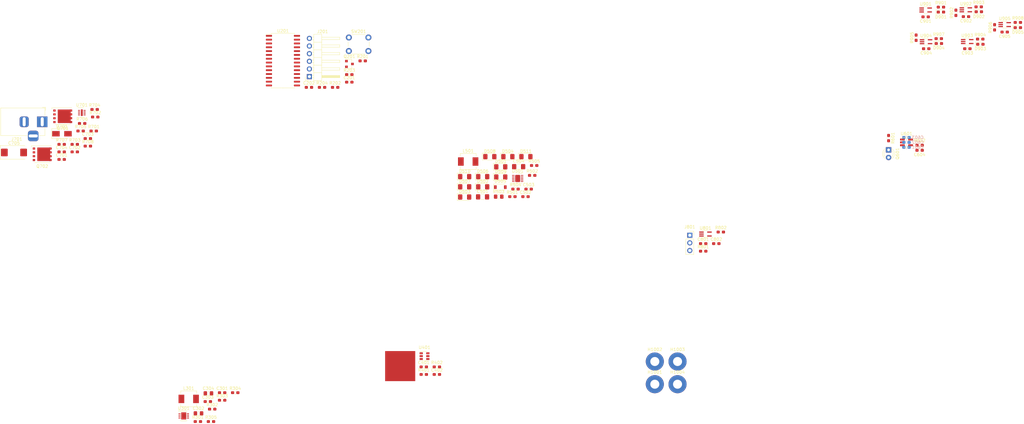
<source format=kicad_pcb>
(kicad_pcb (version 20171130) (host pcbnew "(5.1.4)-1")
  (layers (0 F.Cu mixed) (1 power.Cu mixed) (2 gnd.Cu mixed) (31 B.Cu mixed) (34 B.Paste user) (35 F.Paste user) (36 B.SilkS user) (37 F.SilkS user) (38 B.Mask user) (39 F.Mask user) (44 Edge.Cuts user))
  (net 0 "")
  (net 1 +3V3)
  (net 2 GND)
  (net 3 "Net-(C301-Pad1)")
  (net 4 +12V)
  (net 5 "Net-(C401-Pad1)")
  (net 6 "Net-(C401-Pad2)")
  (net 7 "Net-(C502-Pad1)")
  (net 8 "Net-(C503-Pad1)")
  (net 9 "Net-(C504-Pad1)")
  (net 10 light_level_adc)
  (net 11 +12Vin)
  (net 12 "Net-(C704-Pad1)")
  (net 13 "Net-(D501-Pad2)")
  (net 14 "Net-(D501-Pad1)")
  (net 15 "Net-(D502-Pad2)")
  (net 16 "Net-(D503-Pad2)")
  (net 17 "Net-(D504-Pad2)")
  (net 18 "Net-(D505-Pad2)")
  (net 19 "Net-(D506-Pad2)")
  (net 20 "Net-(D507-Pad2)")
  (net 21 "Net-(D508-Pad2)")
  (net 22 "Net-(D509-Pad2)")
  (net 23 "Net-(D901-Pad1)")
  (net 24 "Net-(D901-Pad2)")
  (net 25 "Net-(D902-Pad1)")
  (net 26 "Net-(D902-Pad2)")
  (net 27 "Net-(D903-Pad1)")
  (net 28 "Net-(D903-Pad2)")
  (net 29 "Net-(D904-Pad2)")
  (net 30 "Net-(D904-Pad1)")
  (net 31 "Net-(D905-Pad2)")
  (net 32 "Net-(D905-Pad1)")
  (net 33 "Net-(J201-Pad6)")
  (net 34 ICDCLK)
  (net 35 ICDDAT)
  (net 36 ~MCLR)
  (net 37 "Net-(J801-Pad2)")
  (net 38 "Net-(L301-Pad1)")
  (net 39 "Net-(Q201-Pad1)")
  (net 40 "Net-(Q201-Pad3)")
  (net 41 "Net-(Q601-Pad1)")
  (net 42 "Net-(Q701-Pad4)")
  (net 43 "Net-(Q701-Pad1)")
  (net 44 "Net-(Q702-Pad4)")
  (net 45 "Net-(R201-Pad2)")
  (net 46 "Net-(R301-Pad2)")
  (net 47 "Net-(R303-Pad2)")
  (net 48 POS3P3_PGOOD)
  (net 49 "Net-(R401-Pad2)")
  (net 50 Cap_Touch_Power)
  (net 51 led_pwm)
  (net 52 led_enable)
  (net 53 "Net-(R602-Pad2)")
  (net 54 "Net-(R701-Pad2)")
  (net 55 "Net-(R702-Pad2)")
  (net 56 "Net-(R704-Pad2)")
  (net 57 "Net-(R705-Pad1)")
  (net 58 POS12_PGOOD)
  (net 59 pir_out)
  (net 60 analog_error)
  (net 61 reset)
  (net 62 "Net-(U201-Pad2)")
  (net 63 "Net-(U201-Pad5)")
  (net 64 "Net-(U201-Pad6)")
  (net 65 "Net-(U201-Pad7)")
  (net 66 "Net-(U201-Pad9)")
  (net 67 "Net-(U201-Pad10)")
  (net 68 "Net-(U201-Pad11)")
  (net 69 "Net-(U201-Pad12)")
  (net 70 "Net-(U201-Pad13)")
  (net 71 "Net-(U201-Pad14)")
  (net 72 "Net-(U201-Pad15)")
  (net 73 "Net-(U201-Pad16)")
  (net 74 "Net-(U201-Pad17)")
  (net 75 "Net-(U201-Pad18)")
  (net 76 "Net-(U201-Pad26)")
  (net 77 "Net-(R504-Pad2)")
  (module Capacitor_SMD:C_0603_1608Metric_Pad1.05x0.95mm_HandSolder (layer F.Cu) (at 120.631501 34.526001)
    (fp_text reference C201 (at 0 -1.43) (layer F.SilkS))
    (fp_text value 0.1uF)
    (pad 1 smd roundrect (at -0.875 0) (size 1.05 0.95) (layers F.Cu F.Paste F.Mask) (net 1 +3V3))
    (pad 2 smd roundrect (at 0.875 0) (size 1.05 0.95) (layers F.Cu F.Paste F.Mask) (net 2 GND))
  )
  (module Capacitor_SMD:C_0603_1608Metric_Pad1.05x0.95mm_HandSolder (layer F.Cu) (at 107.231501 36.266001)
    (fp_text reference C202 (at 0 -1.43) (layer F.SilkS))
    (fp_text value 0.1uF)
    (pad 2 smd roundrect (at 0.875 0) (size 1.05 0.95) (layers F.Cu F.Paste F.Mask) (net 2 GND))
    (pad 1 smd roundrect (at -0.875 0) (size 1.05 0.95) (layers F.Cu F.Paste F.Mask) (net 1 +3V3))
  )
  (module Capacitor_SMD:C_0603_1608Metric_Pad1.05x0.95mm_HandSolder (layer F.Cu) (at 78.402001 137.781001)
    (fp_text reference C301 (at 0 -1.43) (layer F.SilkS))
    (fp_text value 2.2uF)
    (pad 1 smd roundrect (at -0.875 0) (size 1.05 0.95) (layers F.Cu F.Paste F.Mask) (net 3 "Net-(C301-Pad1)"))
    (pad 2 smd roundrect (at 0.875 0) (size 1.05 0.95) (layers F.Cu F.Paste F.Mask) (net 2 GND))
  )
  (module Capacitor_SMD:C_0805_2012Metric_Pad1.15x1.40mm_HandSolder (layer F.Cu) (at 70.552001 144.651001)
    (fp_text reference C302 (at 0 -1.65) (layer F.SilkS))
    (fp_text value 22uF)
    (pad 1 smd roundrect (at -1.025 0) (size 1.15 1.4) (layers F.Cu F.Paste F.Mask) (roundrect_rratio 0.217391) (net 4 +12V))
    (pad 2 smd roundrect (at 1.025 0) (size 1.15 1.4) (layers F.Cu F.Paste F.Mask) (roundrect_rratio 0.217391) (net 2 GND))
  )
  (module Capacitor_SMD:C_0603_1608Metric_Pad1.05x0.95mm_HandSolder (layer F.Cu) (at 73.652001 140.731001)
    (fp_text reference C303 (at 0 -1.43) (layer F.SilkS))
    (fp_text value 0.1uF)
    (pad 2 smd roundrect (at 0.875 0) (size 1.05 0.95) (layers F.Cu F.Paste F.Mask) (net 2 GND))
    (pad 1 smd roundrect (at -0.875 0) (size 1.05 0.95) (layers F.Cu F.Paste F.Mask) (net 4 +12V))
  )
  (module Capacitor_SMD:C_0805_2012Metric_Pad1.15x1.40mm_HandSolder (layer F.Cu) (at 73.852001 138.001001)
    (fp_text reference C304 (at 0 -1.65) (layer F.SilkS))
    (fp_text value 47uF)
    (pad 2 smd roundrect (at 1.025 0) (size 1.15 1.4) (layers F.Cu F.Paste F.Mask) (roundrect_rratio 0.217391) (net 2 GND))
    (pad 1 smd roundrect (at -1.025 0) (size 1.15 1.4) (layers F.Cu F.Paste F.Mask) (roundrect_rratio 0.217391) (net 1 +3V3))
  )
  (module Capacitor_SMD:C_0603_1608Metric_Pad1.05x0.95mm_HandSolder (layer F.Cu) (at 145.365001 129.205001)
    (fp_text reference C401 (at 0 -1.43) (layer F.SilkS))
    (fp_text value 0.1uF)
    (pad 1 smd roundrect (at -0.875 0) (size 1.05 0.95) (layers F.Cu F.Paste F.Mask) (net 5 "Net-(C401-Pad1)"))
    (pad 2 smd roundrect (at 0.875 0) (size 1.05 0.95) (layers F.Cu F.Paste F.Mask) (net 6 "Net-(C401-Pad2)"))
  )
  (module Capacitor_SMD:C_0603_1608Metric_Pad1.05x0.95mm_HandSolder (layer F.Cu) (at 149.715001 131.715001)
    (fp_text reference C402 (at 0 -1.43) (layer F.SilkS))
    (fp_text value 0.1uF)
    (pad 2 smd roundrect (at 0.875 0) (size 1.05 0.95) (layers F.Cu F.Paste F.Mask) (net 2 GND))
    (pad 1 smd roundrect (at -0.875 0) (size 1.05 0.95) (layers F.Cu F.Paste F.Mask) (net 1 +3V3))
  )
  (module Capacitor_SMD:C_1206_3216Metric_Pad1.42x1.75mm_HandSolder (layer F.Cu) (at 164.895501 72.677501)
    (fp_text reference C501 (at 0 -1.82) (layer F.SilkS))
    (fp_text value 4.7uF)
    (pad 2 smd roundrect (at 1.4875 0) (size 1.425 1.75) (layers F.Cu F.Paste F.Mask) (roundrect_rratio 0.175439) (net 2 GND))
    (pad 1 smd roundrect (at -1.4875 0) (size 1.425 1.75) (layers F.Cu F.Paste F.Mask) (roundrect_rratio 0.175439) (net 1 +3V3))
  )
  (module Capacitor_SMD:C_0603_1608Metric_Pad1.05x0.95mm_HandSolder (layer F.Cu) (at 179.145501 72.597501)
    (fp_text reference C502 (at 0 -1.43) (layer F.SilkS))
    (fp_text value 0.1uF)
    (pad 1 smd roundrect (at -0.875 0) (size 1.05 0.95) (layers F.Cu F.Paste F.Mask) (net 7 "Net-(C502-Pad1)"))
    (pad 2 smd roundrect (at 0.875 0) (size 1.05 0.95) (layers F.Cu F.Paste F.Mask) (net 2 GND))
  )
  (module Capacitor_SMD:C_0603_1608Metric_Pad1.05x0.95mm_HandSolder (layer F.Cu) (at 180.185501 70.087501)
    (fp_text reference C503 (at 0 -1.43) (layer F.SilkS))
    (fp_text value 10nF)
    (pad 2 smd roundrect (at 0.875 0) (size 1.05 0.95) (layers F.Cu F.Paste F.Mask) (net 2 GND))
    (pad 1 smd roundrect (at -0.875 0) (size 1.05 0.95) (layers F.Cu F.Paste F.Mask) (net 8 "Net-(C503-Pad1)"))
  )
  (module Capacitor_SMD:C_1206_3216Metric_Pad1.42x1.75mm_HandSolder (layer F.Cu) (at 176.875501 62.637501)
    (fp_text reference C504 (at 0 -1.82) (layer F.SilkS))
    (fp_text value 4.7uF)
    (pad 1 smd roundrect (at -1.4875 0) (size 1.425 1.75) (layers F.Cu F.Paste F.Mask) (roundrect_rratio 0.175439) (net 9 "Net-(C504-Pad1)"))
    (pad 2 smd roundrect (at 1.4875 0) (size 1.425 1.75) (layers F.Cu F.Paste F.Mask) (roundrect_rratio 0.175439) (net 2 GND))
  )
  (module Capacitor_SMD:C_0603_1608Metric_Pad1.05x0.95mm_HandSolder (layer B.Cu) (at 305.6636 56.1848 180)
    (fp_text reference C601 (at -3.7592 0.0076) (layer B.SilkS) (effects (justify mirror)))
    (fp_text value 0.1uF)
    (pad 1 smd roundrect (at -0.875 0 180) (size 1.05 0.95) (layers B.Cu B.Paste B.Mask) (net 1 +3V3))
    (pad 2 smd roundrect (at 0.875 0 180) (size 1.05 0.95) (layers B.Cu B.Paste B.Mask) (net 2 GND))
  )
  (module Capacitor_SMD:C_0603_1608Metric_Pad1.05x0.95mm_HandSolder (layer B.Cu) (at 305.6636 54.5592 180)
    (fp_text reference C602 (at -3.7592 0.0076) (layer B.SilkS) (effects (justify mirror)))
    (fp_text value 10nF)
    (pad 1 smd roundrect (at -0.875 0 180) (size 1.05 0.95) (layers B.Cu B.Paste B.Mask) (net 1 +3V3))
    (pad 2 smd roundrect (at 0.875 0 180) (size 1.05 0.95) (layers B.Cu B.Paste B.Mask) (net 2 GND))
  )
  (module Capacitor_SMD:C_0603_1608Metric_Pad1.05x0.95mm_HandSolder (layer B.Cu) (at 305.6636 52.9336 180)
    (fp_text reference C603 (at -3.7592 0.0076) (layer B.SilkS) (effects (justify mirror)))
    (fp_text value 1nF)
    (pad 1 smd roundrect (at -0.875 0 180) (size 1.05 0.95) (layers B.Cu B.Paste B.Mask) (net 1 +3V3))
    (pad 2 smd roundrect (at 0.875 0 180) (size 1.05 0.95) (layers B.Cu B.Paste B.Mask) (net 2 GND))
  )
  (module Capacitor_SMD:C_0603_1608Metric_Pad1.05x0.95mm_HandSolder (layer F.Cu) (at 310.0324 57.2008 180)
    (fp_text reference C604 (at 0 -1.43) (layer F.SilkS))
    (fp_text value 10nF)
    (pad 2 smd roundrect (at 0.875 0 180) (size 1.05 0.95) (layers F.Cu F.Paste F.Mask) (net 2 GND))
    (pad 1 smd roundrect (at -0.875 0 180) (size 1.05 0.95) (layers F.Cu F.Paste F.Mask) (net 10 light_level_adc))
  )
  (module Capacitor_SMD:C_0603_1608Metric_Pad1.05x0.95mm_HandSolder (layer F.Cu) (at 25.110501 60.234001)
    (fp_text reference C701 (at 0 -1.43) (layer F.SilkS))
    (fp_text value 0.1uF)
    (pad 1 smd roundrect (at -0.875 0) (size 1.05 0.95) (layers F.Cu F.Paste F.Mask) (net 11 +12Vin))
    (pad 2 smd roundrect (at 0.875 0) (size 1.05 0.95) (layers F.Cu F.Paste F.Mask) (net 2 GND))
  )
  (module Capacitor_SMD:C_0603_1608Metric_Pad1.05x0.95mm_HandSolder (layer F.Cu) (at 29.460501 57.724001)
    (fp_text reference C702 (at 0 -1.43) (layer F.SilkS))
    (fp_text value 10nF)
    (pad 2 smd roundrect (at 0.875 0) (size 1.05 0.95) (layers F.Cu F.Paste F.Mask) (net 2 GND))
    (pad 1 smd roundrect (at -0.875 0) (size 1.05 0.95) (layers F.Cu F.Paste F.Mask) (net 11 +12Vin))
  )
  (module Capacitor_SMD:C_0603_1608Metric_Pad1.05x0.95mm_HandSolder (layer F.Cu) (at 33.810501 53.284001)
    (fp_text reference C703 (at 0 -1.43) (layer F.SilkS))
    (fp_text value 1nF)
    (pad 1 smd roundrect (at -0.875 0) (size 1.05 0.95) (layers F.Cu F.Paste F.Mask) (net 11 +12Vin))
    (pad 2 smd roundrect (at 0.875 0) (size 1.05 0.95) (layers F.Cu F.Paste F.Mask) (net 2 GND))
  )
  (module Capacitor_SMD:C_0603_1608Metric_Pad1.05x0.95mm_HandSolder (layer F.Cu) (at 25.110501 57.724001)
    (fp_text reference C704 (at 0 -1.43) (layer F.SilkS))
    (fp_text value 0.1uF)
    (pad 2 smd roundrect (at 0.875 0) (size 1.05 0.95) (layers F.Cu F.Paste F.Mask) (net 2 GND))
    (pad 1 smd roundrect (at -0.875 0) (size 1.05 0.95) (layers F.Cu F.Paste F.Mask) (net 12 "Net-(C704-Pad1)"))
  )
  (module Capacitor_Tantalum_SMD:CP_EIA-7343-31_Kemet-D_Pad2.25x2.55mm_HandSolder (layer F.Cu) (at 9.280501 57.914001)
    (fp_text reference C705 (at 0 -3.1) (layer F.SilkS))
    (fp_text value 100uF)
    (pad 1 smd roundrect (at -3.2 0) (size 2.25 2.55) (layers F.Cu F.Paste F.Mask) (roundrect_rratio 0.111111) (net 4 +12V))
    (pad 2 smd roundrect (at 3.2 0) (size 2.25 2.55) (layers F.Cu F.Paste F.Mask) (roundrect_rratio 0.111111) (net 2 GND))
  )
  (module Capacitor_SMD:C_0603_1608Metric_Pad1.05x0.95mm_HandSolder (layer F.Cu) (at 238.157501 88.215501)
    (fp_text reference C801 (at 0 -1.43) (layer F.SilkS))
    (fp_text value 0.1uF)
    (pad 2 smd roundrect (at 0.875 0) (size 1.05 0.95) (layers F.Cu F.Paste F.Mask) (net 2 GND))
    (pad 1 smd roundrect (at -0.875 0) (size 1.05 0.95) (layers F.Cu F.Paste F.Mask) (net 1 +3V3))
  )
  (module Capacitor_SMD:C_0603_1608Metric_Pad1.05x0.95mm_HandSolder (layer F.Cu) (at 242.507501 88.215501)
    (fp_text reference C802 (at 0 -1.43) (layer F.SilkS))
    (fp_text value 0.1uF)
    (pad 1 smd roundrect (at -0.875 0) (size 1.05 0.95) (layers F.Cu F.Paste F.Mask) (net 1 +3V3))
    (pad 2 smd roundrect (at 0.875 0) (size 1.05 0.95) (layers F.Cu F.Paste F.Mask) (net 2 GND))
  )
  (module Capacitor_SMD:C_0603_1608Metric_Pad1.05x0.95mm_HandSolder (layer F.Cu) (at 312.0263 12.827 180)
    (fp_text reference C901 (at 0 -1.43) (layer F.SilkS))
    (fp_text value 0.1uF)
    (pad 1 smd roundrect (at -0.875 0 180) (size 1.05 0.95) (layers F.Cu F.Paste F.Mask) (net 1 +3V3))
    (pad 2 smd roundrect (at 0.875 0 180) (size 1.05 0.95) (layers F.Cu F.Paste F.Mask) (net 2 GND))
  )
  (module Capacitor_SMD:C_0603_1608Metric_Pad1.05x0.95mm_HandSolder (layer F.Cu) (at 325.4248 12.7508 180)
    (fp_text reference C902 (at 0 -1.43) (layer F.SilkS))
    (fp_text value 0.1uF)
    (pad 2 smd roundrect (at 0.875 0 180) (size 1.05 0.95) (layers F.Cu F.Paste F.Mask) (net 2 GND))
    (pad 1 smd roundrect (at -0.875 0 180) (size 1.05 0.95) (layers F.Cu F.Paste F.Mask) (net 1 +3V3))
  )
  (module Capacitor_SMD:C_0603_1608Metric_Pad1.05x0.95mm_HandSolder (layer F.Cu) (at 325.882 23.4188 180)
    (fp_text reference C903 (at 0 -1.43) (layer F.SilkS))
    (fp_text value 0.1uF)
    (pad 2 smd roundrect (at 0.875 0 180) (size 1.05 0.95) (layers F.Cu F.Paste F.Mask) (net 2 GND))
    (pad 1 smd roundrect (at -0.875 0 180) (size 1.05 0.95) (layers F.Cu F.Paste F.Mask) (net 1 +3V3))
  )
  (module Capacitor_SMD:C_0603_1608Metric_Pad1.05x0.95mm_HandSolder (layer F.Cu) (at 312.2168 23.4188 180)
    (fp_text reference C904 (at 0 -1.43) (layer F.SilkS))
    (fp_text value 0.1uF)
    (pad 1 smd roundrect (at -0.875 0 180) (size 1.05 0.95) (layers F.Cu F.Paste F.Mask) (net 1 +3V3))
    (pad 2 smd roundrect (at 0.875 0 180) (size 1.05 0.95) (layers F.Cu F.Paste F.Mask) (net 2 GND))
  )
  (module Capacitor_SMD:C_0603_1608Metric_Pad1.05x0.95mm_HandSolder (layer F.Cu) (at 338.2772 17.8816 180)
    (fp_text reference C905 (at 0 -1.43) (layer F.SilkS))
    (fp_text value 0.1uF)
    (pad 2 smd roundrect (at 0.875 0 180) (size 1.05 0.95) (layers F.Cu F.Paste F.Mask) (net 2 GND))
    (pad 1 smd roundrect (at -0.875 0 180) (size 1.05 0.95) (layers F.Cu F.Paste F.Mask) (net 1 +3V3))
  )
  (module LED_SMD:LED_1206_3216Metric_Pad1.42x1.75mm_HandSolder (layer F.Cu) (at 170.930501 62.687501)
    (fp_text reference D501 (at 0 -1.82) (layer F.SilkS))
    (fp_text value "warm white")
    (pad 2 smd roundrect (at 1.4875 0) (size 1.425 1.75) (layers F.Cu F.Paste F.Mask) (roundrect_rratio 0.175439) (net 13 "Net-(D501-Pad2)"))
    (pad 1 smd roundrect (at -1.4875 0) (size 1.425 1.75) (layers F.Cu F.Paste F.Mask) (roundrect_rratio 0.175439) (net 14 "Net-(D501-Pad1)"))
  )
  (module LED_SMD:LED_1206_3216Metric_Pad1.42x1.75mm_HandSolder (layer F.Cu) (at 164.940501 69.337501)
    (fp_text reference D502 (at 0 -1.82) (layer F.SilkS))
    (fp_text value "warm white")
    (pad 2 smd roundrect (at 1.4875 0) (size 1.425 1.75) (layers F.Cu F.Paste F.Mask) (roundrect_rratio 0.175439) (net 15 "Net-(D502-Pad2)"))
    (pad 1 smd roundrect (at -1.4875 0) (size 1.425 1.75) (layers F.Cu F.Paste F.Mask) (roundrect_rratio 0.175439) (net 14 "Net-(D501-Pad1)"))
  )
  (module LED_SMD:LED_1206_3216Metric_Pad1.42x1.75mm_HandSolder (layer F.Cu) (at 158.950501 72.727501)
    (fp_text reference D503 (at 0 -1.82) (layer F.SilkS))
    (fp_text value "warm white")
    (pad 2 smd roundrect (at 1.4875 0) (size 1.425 1.75) (layers F.Cu F.Paste F.Mask) (roundrect_rratio 0.175439) (net 16 "Net-(D503-Pad2)"))
    (pad 1 smd roundrect (at -1.4875 0) (size 1.425 1.75) (layers F.Cu F.Paste F.Mask) (roundrect_rratio 0.175439) (net 13 "Net-(D501-Pad2)"))
  )
  (module LED_SMD:LED_1206_3216Metric_Pad1.42x1.75mm_HandSolder (layer F.Cu) (at 173.290501 59.297501)
    (fp_text reference D504 (at 0 -1.82) (layer F.SilkS))
    (fp_text value "warm white")
    (pad 1 smd roundrect (at -1.4875 0) (size 1.425 1.75) (layers F.Cu F.Paste F.Mask) (roundrect_rratio 0.175439) (net 15 "Net-(D502-Pad2)"))
    (pad 2 smd roundrect (at 1.4875 0) (size 1.425 1.75) (layers F.Cu F.Paste F.Mask) (roundrect_rratio 0.175439) (net 17 "Net-(D504-Pad2)"))
  )
  (module Diode_SMD:D_SOD-123 (layer F.Cu) (at 170.785501 69.447501)
    (fp_text reference D505 (at 0 -2) (layer F.SilkS))
    (fp_text value MBR0530)
    (pad 1 smd rect (at -1.65 0) (size 0.9 1.2) (layers F.Cu F.Paste F.Mask) (net 9 "Net-(C504-Pad1)"))
    (pad 2 smd rect (at 1.65 0) (size 0.9 1.2) (layers F.Cu F.Paste F.Mask) (net 18 "Net-(D505-Pad2)"))
  )
  (module LED_SMD:LED_1206_3216Metric_Pad1.42x1.75mm_HandSolder (layer F.Cu) (at 164.940501 65.947501)
    (fp_text reference D506 (at 0 -1.82) (layer F.SilkS))
    (fp_text value "warm white")
    (pad 1 smd roundrect (at -1.4875 0) (size 1.425 1.75) (layers F.Cu F.Paste F.Mask) (roundrect_rratio 0.175439) (net 16 "Net-(D503-Pad2)"))
    (pad 2 smd roundrect (at 1.4875 0) (size 1.425 1.75) (layers F.Cu F.Paste F.Mask) (roundrect_rratio 0.175439) (net 19 "Net-(D506-Pad2)"))
  )
  (module LED_SMD:LED_1206_3216Metric_Pad1.42x1.75mm_HandSolder (layer F.Cu) (at 158.950501 69.337501)
    (fp_text reference D507 (at 0 -1.82) (layer F.SilkS))
    (fp_text value "warm white")
    (pad 2 smd roundrect (at 1.4875 0) (size 1.425 1.75) (layers F.Cu F.Paste F.Mask) (roundrect_rratio 0.175439) (net 20 "Net-(D507-Pad2)"))
    (pad 1 smd roundrect (at -1.4875 0) (size 1.425 1.75) (layers F.Cu F.Paste F.Mask) (roundrect_rratio 0.175439) (net 17 "Net-(D504-Pad2)"))
  )
  (module LED_SMD:LED_1206_3216Metric_Pad1.42x1.75mm_HandSolder (layer F.Cu) (at 167.300501 59.297501)
    (fp_text reference D508 (at 0 -1.82) (layer F.SilkS))
    (fp_text value "warm white")
    (pad 1 smd roundrect (at -1.4875 0) (size 1.425 1.75) (layers F.Cu F.Paste F.Mask) (roundrect_rratio 0.175439) (net 19 "Net-(D506-Pad2)"))
    (pad 2 smd roundrect (at 1.4875 0) (size 1.425 1.75) (layers F.Cu F.Paste F.Mask) (roundrect_rratio 0.175439) (net 21 "Net-(D508-Pad2)"))
  )
  (module LED_SMD:LED_1206_3216Metric_Pad1.42x1.75mm_HandSolder (layer F.Cu) (at 170.930501 66.077501)
    (fp_text reference D509 (at 0 -1.82) (layer F.SilkS))
    (fp_text value "warm white")
    (pad 1 smd roundrect (at -1.4875 0) (size 1.425 1.75) (layers F.Cu F.Paste F.Mask) (roundrect_rratio 0.175439) (net 20 "Net-(D507-Pad2)"))
    (pad 2 smd roundrect (at 1.4875 0) (size 1.425 1.75) (layers F.Cu F.Paste F.Mask) (roundrect_rratio 0.175439) (net 22 "Net-(D509-Pad2)"))
  )
  (module LED_SMD:LED_1206_3216Metric_Pad1.42x1.75mm_HandSolder (layer F.Cu) (at 158.950501 65.947501)
    (fp_text reference D510 (at 0 -1.82) (layer F.SilkS))
    (fp_text value "warm white")
    (pad 2 smd roundrect (at 1.4875 0) (size 1.425 1.75) (layers F.Cu F.Paste F.Mask) (roundrect_rratio 0.175439) (net 9 "Net-(C504-Pad1)"))
    (pad 1 smd roundrect (at -1.4875 0) (size 1.425 1.75) (layers F.Cu F.Paste F.Mask) (roundrect_rratio 0.175439) (net 21 "Net-(D508-Pad2)"))
  )
  (module LED_SMD:LED_1206_3216Metric_Pad1.42x1.75mm_HandSolder (layer F.Cu) (at 179.280501 59.297501)
    (fp_text reference D511 (at 0 -1.82) (layer F.SilkS))
    (fp_text value "warm white")
    (pad 1 smd roundrect (at -1.4875 0) (size 1.425 1.75) (layers F.Cu F.Paste F.Mask) (roundrect_rratio 0.175439) (net 22 "Net-(D509-Pad2)"))
    (pad 2 smd roundrect (at 1.4875 0) (size 1.425 1.75) (layers F.Cu F.Paste F.Mask) (roundrect_rratio 0.175439) (net 9 "Net-(C504-Pad1)"))
  )
  (module Diode_SMD:D_SMA (layer F.Cu) (at 25.210501 51.684001)
    (fp_text reference D701 (at 0 -2.5) (layer F.SilkS))
    (fp_text value 24V)
    (pad 1 smd rect (at -2 0) (size 2.5 1.8) (layers F.Cu F.Paste F.Mask) (net 11 +12Vin))
    (pad 2 smd rect (at 2 0) (size 2.5 1.8) (layers F.Cu F.Paste F.Mask) (net 2 GND))
  )
  (module LED_SMD:LED_0603_1608Metric_Pad1.05x0.95mm_HandSolder (layer F.Cu) (at 317.1063 11.2395)
    (fp_text reference D901 (at 0 1.651) (layer F.SilkS))
    (fp_text value green)
    (pad 1 smd roundrect (at -0.875 0) (size 1.05 0.95) (layers F.Cu F.Paste F.Mask) (net 23 "Net-(D901-Pad1)"))
    (pad 2 smd roundrect (at 0.875 0) (size 1.05 0.95) (layers F.Cu F.Paste F.Mask) (net 24 "Net-(D901-Pad2)"))
  )
  (module LED_SMD:LED_0603_1608Metric_Pad1.05x0.95mm_HandSolder (layer F.Cu) (at 329.692 11.1252)
    (fp_text reference D902 (at 0 1.6256) (layer F.SilkS))
    (fp_text value red)
    (pad 2 smd roundrect (at 0.875 0) (size 1.05 0.95) (layers F.Cu F.Paste F.Mask) (net 26 "Net-(D902-Pad2)"))
    (pad 1 smd roundrect (at -0.875 0) (size 1.05 0.95) (layers F.Cu F.Paste F.Mask) (net 25 "Net-(D902-Pad1)"))
  )
  (module LED_SMD:LED_0603_1608Metric_Pad1.05x0.95mm_HandSolder (layer F.Cu) (at 330.2 21.9456)
    (fp_text reference D903 (at 0 1.4732) (layer F.SilkS))
    (fp_text value green)
    (pad 2 smd roundrect (at 0.875 0) (size 1.05 0.95) (layers F.Cu F.Paste F.Mask) (net 28 "Net-(D903-Pad2)"))
    (pad 1 smd roundrect (at -0.875 0) (size 1.05 0.95) (layers F.Cu F.Paste F.Mask) (net 27 "Net-(D903-Pad1)"))
  )
  (module LED_SMD:LED_0603_1608Metric_Pad1.05x0.95mm_HandSolder (layer F.Cu) (at 316.4218 21.6916)
    (fp_text reference D904 (at 0 1.4732) (layer F.SilkS))
    (fp_text value red)
    (pad 1 smd roundrect (at -0.875 0) (size 1.05 0.95) (layers F.Cu F.Paste F.Mask) (net 30 "Net-(D904-Pad1)"))
    (pad 2 smd roundrect (at 0.875 0) (size 1.05 0.95) (layers F.Cu F.Paste F.Mask) (net 29 "Net-(D904-Pad2)"))
  )
  (module LED_SMD:LED_0603_1608Metric_Pad1.05x0.95mm_HandSolder (layer F.Cu) (at 342.646 16.4084)
    (fp_text reference D905 (at 0 1.524) (layer F.SilkS))
    (fp_text value green)
    (pad 1 smd roundrect (at -0.875 0) (size 1.05 0.95) (layers F.Cu F.Paste F.Mask) (net 32 "Net-(D905-Pad1)"))
    (pad 2 smd roundrect (at 0.875 0) (size 1.05 0.95) (layers F.Cu F.Paste F.Mask) (net 31 "Net-(D905-Pad2)"))
  )
  (module MountingHole:MountingHole_3mm_Pad (layer F.Cu) (at 222.088501 134.964001)
    (fp_text reference H1001 (at 0 -4) (layer F.SilkS))
    (fp_text value MountingHole)
    (pad 1 thru_hole circle (at 0 0) (size 6 6) (drill 3) (layers *.Cu *.Mask))
  )
  (module MountingHole:MountingHole_3mm_Pad (layer F.Cu) (at 222.088501 127.414001)
    (fp_text reference H1002 (at 0 -4) (layer F.SilkS))
    (fp_text value MountingHole)
    (pad 1 thru_hole circle (at 0 0) (size 6 6) (drill 3) (layers *.Cu *.Mask))
  )
  (module MountingHole:MountingHole_3mm_Pad (layer F.Cu) (at 229.638501 127.414001)
    (fp_text reference H1003 (at 0 -4) (layer F.SilkS))
    (fp_text value MountingHole)
    (pad 1 thru_hole circle (at 0 0) (size 6 6) (drill 3) (layers *.Cu *.Mask))
  )
  (module MountingHole:MountingHole_3mm_Pad (layer F.Cu) (at 229.638501 134.964001)
    (fp_text reference H1004 (at 0 -4) (layer F.SilkS))
    (fp_text value MountingHole)
    (pad 1 thru_hole circle (at 0 0) (size 6 6) (drill 3) (layers *.Cu *.Mask))
  )
  (module "Custom Footprints Library:PICKIT3_Header" (layer F.Cu) (at 107.381501 19.986001)
    (fp_text reference J201 (at 4.385 -2.27) (layer F.SilkS))
    (fp_text value PICKIT3)
    (pad 6 thru_hole oval (at 0 0) (size 1.7 1.7) (drill 1) (layers *.Cu *.Mask) (net 33 "Net-(J201-Pad6)"))
    (pad 5 thru_hole oval (at 0 2.54) (size 1.7 1.7) (drill 1) (layers *.Cu *.Mask) (net 34 ICDCLK))
    (pad 4 thru_hole oval (at 0 5.08) (size 1.7 1.7) (drill 1) (layers *.Cu *.Mask) (net 35 ICDDAT))
    (pad 3 thru_hole oval (at 0 7.62) (size 1.7 1.7) (drill 1) (layers *.Cu *.Mask) (net 2 GND))
    (pad 2 thru_hole oval (at 0 10.16) (size 1.7 1.7) (drill 1) (layers *.Cu *.Mask) (net 1 +3V3))
    (pad 1 thru_hole rect (at 0 12.7) (size 1.7 1.7) (drill 1) (layers *.Cu *.Mask) (net 36 ~MCLR))
  )
  (module Connector_BarrelJack:BarrelJack_Horizontal (layer F.Cu) (at 18.660501 47.719001)
    (fp_text reference J701 (at -8.45 5.75) (layer F.SilkS))
    (fp_text value "+12V IN AUX")
    (pad 1 thru_hole rect (at 0 0) (size 3.5 3.5) (drill oval 1 3) (layers *.Cu *.Mask) (net 11 +12Vin))
    (pad 2 thru_hole roundrect (at -6 0) (size 3 3.5) (drill oval 1 3) (layers *.Cu *.Mask) (net 2 GND))
    (pad 3 thru_hole roundrect (at -3 4.7) (size 3.5 3.5) (drill oval 3 1) (layers *.Cu *.Mask) (net 2 GND))
  )
  (module Connector_PinSocket_2.54mm:PinSocket_1x03_P2.54mm_Vertical (layer F.Cu) (at 233.707501 85.435501)
    (fp_text reference J801 (at 0 -2.77) (layer F.SilkS))
    (fp_text value "PIR Sensor")
    (pad 1 thru_hole rect (at 0 0) (size 1.7 1.7) (drill 1) (layers *.Cu *.Mask) (net 1 +3V3))
    (pad 2 thru_hole oval (at 0 2.54) (size 1.7 1.7) (drill 1) (layers *.Cu *.Mask) (net 37 "Net-(J801-Pad2)"))
    (pad 3 thru_hole oval (at 0 5.08) (size 1.7 1.7) (drill 1) (layers *.Cu *.Mask) (net 2 GND))
  )
  (module Inductor_SMD:L_Vishay_IHLP-2020 (layer F.Cu) (at 67.302001 139.851001)
    (fp_text reference L301 (at 0 -3.54) (layer F.SilkS))
    (fp_text value 4.7uH)
    (pad 1 smd rect (at -2.4265 0) (size 1.903 2.79) (layers F.Cu F.Paste F.Mask) (net 38 "Net-(L301-Pad1)"))
    (pad 2 smd rect (at 2.4265 0) (size 1.903 2.79) (layers F.Cu F.Paste F.Mask) (net 1 +3V3))
  )
  (module Inductor_SMD:L_Vishay_IHLP-2020 (layer F.Cu) (at 160.105501 60.927501)
    (fp_text reference L501 (at 0 -3.54) (layer F.SilkS))
    (fp_text value 3.3uH)
    (pad 2 smd rect (at 2.4265 0) (size 1.903 2.79) (layers F.Cu F.Paste F.Mask) (net 18 "Net-(D505-Pad2)"))
    (pad 1 smd rect (at -2.4265 0) (size 1.903 2.79) (layers F.Cu F.Paste F.Mask) (net 1 +3V3))
  )
  (module Package_TO_SOT_SMD:SOT-23 (layer F.Cu) (at 120.681501 28.486001)
    (fp_text reference Q201 (at 0 -2.5) (layer F.SilkS))
    (fp_text value 2N7002)
    (pad 1 smd rect (at -1 -0.95) (size 0.9 0.8) (layers F.Cu F.Paste F.Mask) (net 39 "Net-(Q201-Pad1)"))
    (pad 2 smd rect (at -1 0.95) (size 0.9 0.8) (layers F.Cu F.Paste F.Mask) (net 2 GND))
    (pad 3 smd rect (at 1 0) (size 0.9 0.8) (layers F.Cu F.Paste F.Mask) (net 40 "Net-(Q201-Pad3)"))
  )
  (module LED_THT:LED_D3.0mm_Clear (layer F.Cu) (at 299.72 57.0484 270)
    (fp_text reference Q601 (at 1.27 -2.96 90) (layer F.SilkS))
    (fp_text value BPW85A)
    (pad 1 thru_hole rect (at 0 0 270) (size 1.8 1.8) (drill 0.9) (layers *.Cu *.Mask) (net 41 "Net-(Q601-Pad1)"))
    (pad 2 thru_hole circle (at 2.54 0 270) (size 1.8 1.8) (drill 0.9) (layers *.Cu *.Mask) (net 2 GND))
  )
  (module Package_TO_SOT_SMD:TDSON-8-1 (layer F.Cu) (at 25.460501 45.884001)
    (fp_text reference Q701 (at 0 4) (layer F.SilkS))
    (fp_text value IPC100N04S51R7ATMA1)
    (pad 5 smd rect (at 0.5 0 270) (size 4.5 4.29) (layers F.Cu F.Mask) (net 11 +12Vin))
    (pad 5 smd rect (at 2.75 -1.91 270) (size 0.7 0.8) (layers F.Cu F.Paste F.Mask) (net 11 +12Vin))
    (pad 5 smd rect (at 2.75 -0.64 270) (size 0.7 0.8) (layers F.Cu F.Paste F.Mask) (net 11 +12Vin))
    (pad 5 smd rect (at 2.75 0.64 270) (size 0.7 0.8) (layers F.Cu F.Paste F.Mask) (net 11 +12Vin))
    (pad 5 smd rect (at 2.75 1.91 270) (size 0.7 0.8) (layers F.Cu F.Paste F.Mask) (net 11 +12Vin))
    (pad 4 smd rect (at -2.75 1.91 270) (size 0.7 0.8) (layers F.Cu F.Paste F.Mask) (net 42 "Net-(Q701-Pad4)"))
    (pad 3 smd rect (at -2.75 0.64 270) (size 0.7 0.8) (layers F.Cu F.Paste F.Mask) (net 43 "Net-(Q701-Pad1)"))
    (pad 2 smd rect (at -2.75 -0.64 270) (size 0.7 0.8) (layers F.Cu F.Paste F.Mask) (net 43 "Net-(Q701-Pad1)"))
    (pad 1 smd rect (at -2.75 -1.91 270) (size 0.7 0.8) (layers F.Cu F.Paste F.Mask) (net 43 "Net-(Q701-Pad1)"))
  )
  (module Package_TO_SOT_SMD:TDSON-8-1 (layer F.Cu) (at 18.660501 58.514001)
    (fp_text reference Q702 (at 0 4) (layer F.SilkS))
    (fp_text value IPC100N04S51R7ATMA1)
    (pad 1 smd rect (at -2.75 -1.91 270) (size 0.7 0.8) (layers F.Cu F.Paste F.Mask) (net 43 "Net-(Q701-Pad1)"))
    (pad 2 smd rect (at -2.75 -0.64 270) (size 0.7 0.8) (layers F.Cu F.Paste F.Mask) (net 43 "Net-(Q701-Pad1)"))
    (pad 3 smd rect (at -2.75 0.64 270) (size 0.7 0.8) (layers F.Cu F.Paste F.Mask) (net 43 "Net-(Q701-Pad1)"))
    (pad 4 smd rect (at -2.75 1.91 270) (size 0.7 0.8) (layers F.Cu F.Paste F.Mask) (net 44 "Net-(Q702-Pad4)"))
    (pad 5 smd rect (at 2.75 1.91 270) (size 0.7 0.8) (layers F.Cu F.Paste F.Mask) (net 4 +12V))
    (pad 5 smd rect (at 2.75 0.64 270) (size 0.7 0.8) (layers F.Cu F.Paste F.Mask) (net 4 +12V))
    (pad 5 smd rect (at 2.75 -0.64 270) (size 0.7 0.8) (layers F.Cu F.Paste F.Mask) (net 4 +12V))
    (pad 5 smd rect (at 2.75 -1.91 270) (size 0.7 0.8) (layers F.Cu F.Paste F.Mask) (net 4 +12V))
    (pad 5 smd rect (at 0.5 0 270) (size 4.5 4.29) (layers F.Cu F.Mask) (net 4 +12V))
  )
  (module Resistor_SMD:R_0603_1608Metric_Pad1.05x0.95mm_HandSolder (layer F.Cu) (at 125.081501 27.466001)
    (fp_text reference R201 (at 0 -1.43) (layer F.SilkS))
    (fp_text value 10)
    (pad 1 smd roundrect (at -0.875 0) (size 1.05 0.95) (layers F.Cu F.Paste F.Mask) (net 39 "Net-(Q201-Pad1)"))
    (pad 2 smd roundrect (at 0.875 0) (size 1.05 0.95) (layers F.Cu F.Paste F.Mask) (net 45 "Net-(R201-Pad2)"))
  )
  (module Resistor_SMD:R_0603_1608Metric_Pad1.05x0.95mm_HandSolder (layer F.Cu) (at 115.931501 36.266001)
    (fp_text reference R202 (at 0 -1.43) (layer F.SilkS))
    (fp_text value 10k)
    (pad 1 smd roundrect (at -0.875 0) (size 1.05 0.95) (layers F.Cu F.Paste F.Mask) (net 2 GND))
    (pad 2 smd roundrect (at 0.875 0) (size 1.05 0.95) (layers F.Cu F.Paste F.Mask) (net 39 "Net-(Q201-Pad1)"))
  )
  (module Resistor_SMD:R_0603_1608Metric_Pad1.05x0.95mm_HandSolder (layer F.Cu) (at 120.631501 32.016001)
    (fp_text reference R203 (at 0 -1.43) (layer F.SilkS))
    (fp_text value 10)
    (pad 2 smd roundrect (at 0.875 0) (size 1.05 0.95) (layers F.Cu F.Paste F.Mask) (net 40 "Net-(Q201-Pad3)"))
    (pad 1 smd roundrect (at -0.875 0) (size 1.05 0.95) (layers F.Cu F.Paste F.Mask) (net 36 ~MCLR))
  )
  (module Resistor_SMD:R_0603_1608Metric_Pad1.05x0.95mm_HandSolder (layer F.Cu) (at 111.581501 36.266001)
    (fp_text reference R204 (at 0 -1.43) (layer F.SilkS))
    (fp_text value 10k)
    (pad 1 smd roundrect (at -0.875 0) (size 1.05 0.95) (layers F.Cu F.Paste F.Mask) (net 36 ~MCLR))
    (pad 2 smd roundrect (at 0.875 0) (size 1.05 0.95) (layers F.Cu F.Paste F.Mask) (net 1 +3V3))
  )
  (module Resistor_SMD:R_0603_1608Metric_Pad1.05x0.95mm_HandSolder (layer F.Cu) (at 70.352001 147.381001)
    (fp_text reference R301 (at 0 -1.43) (layer F.SilkS))
    (fp_text value 10k)
    (pad 2 smd roundrect (at 0.875 0) (size 1.05 0.95) (layers F.Cu F.Paste F.Mask) (net 46 "Net-(R301-Pad2)"))
    (pad 1 smd roundrect (at -0.875 0) (size 1.05 0.95) (layers F.Cu F.Paste F.Mask) (net 4 +12V))
  )
  (module Resistor_SMD:R_0603_1608Metric_Pad1.05x0.95mm_HandSolder (layer F.Cu) (at 75.102001 143.241001)
    (fp_text reference R302 (at 0 -1.43) (layer F.SilkS))
    (fp_text value 1.2k)
    (pad 1 smd roundrect (at -0.875 0) (size 1.05 0.95) (layers F.Cu F.Paste F.Mask) (net 46 "Net-(R301-Pad2)"))
    (pad 2 smd roundrect (at 0.875 0) (size 1.05 0.95) (layers F.Cu F.Paste F.Mask) (net 2 GND))
  )
  (module Resistor_SMD:R_0603_1608Metric_Pad1.05x0.95mm_HandSolder (layer F.Cu) (at 78.402001 140.291001)
    (fp_text reference R303 (at 0 -1.43) (layer F.SilkS))
    (fp_text value 10k)
    (pad 1 smd roundrect (at -0.875 0) (size 1.05 0.95) (layers F.Cu F.Paste F.Mask) (net 3 "Net-(C301-Pad1)"))
    (pad 2 smd roundrect (at 0.875 0) (size 1.05 0.95) (layers F.Cu F.Paste F.Mask) (net 47 "Net-(R303-Pad2)"))
  )
  (module Resistor_SMD:R_0603_1608Metric_Pad1.05x0.95mm_HandSolder (layer F.Cu) (at 82.752001 137.781001)
    (fp_text reference R304 (at 0 -1.43) (layer F.SilkS))
    (fp_text value 10k)
    (pad 2 smd roundrect (at 0.875 0) (size 1.05 0.95) (layers F.Cu F.Paste F.Mask) (net 2 GND))
    (pad 1 smd roundrect (at -0.875 0) (size 1.05 0.95) (layers F.Cu F.Paste F.Mask) (net 47 "Net-(R303-Pad2)"))
  )
  (module Resistor_SMD:R_0603_1608Metric_Pad1.05x0.95mm_HandSolder (layer F.Cu) (at 74.702001 147.381001)
    (fp_text reference R305 (at 0 -1.43) (layer F.SilkS))
    (fp_text value 10k)
    (pad 2 smd roundrect (at 0.875 0) (size 1.05 0.95) (layers F.Cu F.Paste F.Mask) (net 48 POS3P3_PGOOD))
    (pad 1 smd roundrect (at -0.875 0) (size 1.05 0.95) (layers F.Cu F.Paste F.Mask) (net 1 +3V3))
  )
  (module Resistor_SMD:R_0603_1608Metric_Pad1.05x0.95mm_HandSolder (layer F.Cu) (at 145.365001 131.715001)
    (fp_text reference R401 (at 0 -1.43) (layer F.SilkS))
    (fp_text value 499)
    (pad 1 smd roundrect (at -0.875 0) (size 1.05 0.95) (layers F.Cu F.Paste F.Mask) (net 5 "Net-(C401-Pad1)"))
    (pad 2 smd roundrect (at 0.875 0) (size 1.05 0.95) (layers F.Cu F.Paste F.Mask) (net 49 "Net-(R401-Pad2)"))
  )
  (module Resistor_SMD:R_0603_1608Metric_Pad1.05x0.95mm_HandSolder (layer F.Cu) (at 149.715001 129.205001)
    (fp_text reference R402 (at 0 -1.43) (layer F.SilkS))
    (fp_text value 10k)
    (pad 1 smd roundrect (at -0.875 0) (size 1.05 0.95) (layers F.Cu F.Paste F.Mask) (net 50 Cap_Touch_Power))
    (pad 2 smd roundrect (at 0.875 0) (size 1.05 0.95) (layers F.Cu F.Paste F.Mask) (net 2 GND))
  )
  (module Resistor_SMD:R_0603_1608Metric_Pad1.05x0.95mm_HandSolder (layer F.Cu) (at 174.795501 72.597501)
    (fp_text reference R501 (at 0 -1.43) (layer F.SilkS))
    (fp_text value 5.1K)
    (pad 1 smd roundrect (at -0.875 0) (size 1.05 0.95) (layers F.Cu F.Paste F.Mask) (net 7 "Net-(C502-Pad1)"))
    (pad 2 smd roundrect (at 0.875 0) (size 1.05 0.95) (layers F.Cu F.Paste F.Mask) (net 51 led_pwm))
  )
  (module Resistor_SMD:R_0603_1608Metric_Pad1.05x0.95mm_HandSolder (layer F.Cu) (at 181.365501 65.537501)
    (fp_text reference R502 (at 0 -1.43) (layer F.SilkS))
    (fp_text value 10k)
    (pad 1 smd roundrect (at -0.875 0) (size 1.05 0.95) (layers F.Cu F.Paste F.Mask) (net 52 led_enable))
    (pad 2 smd roundrect (at 0.875 0) (size 1.05 0.95) (layers F.Cu F.Paste F.Mask) (net 2 GND))
  )
  (module Resistor_SMD:R_0805_2012Metric_Pad1.15x1.40mm_HandSolder (layer F.Cu) (at 170.245501 72.597501)
    (fp_text reference R503 (at 0 -1.65) (layer F.SilkS))
    (fp_text value .18)
    (pad 1 smd roundrect (at -1.025 0) (size 1.15 1.4) (layers F.Cu F.Paste F.Mask) (roundrect_rratio 0.217391) (net 14 "Net-(D501-Pad1)"))
    (pad 2 smd roundrect (at 1.025 0) (size 1.15 1.4) (layers F.Cu F.Paste F.Mask) (roundrect_rratio 0.217391) (net 1 +3V3))
  )
  (module Resistor_SMD:R_0603_1608Metric_Pad1.05x0.95mm_HandSolder (layer F.Cu) (at 175.835501 70.087501)
    (fp_text reference R504 (at 0 -1.43) (layer F.SilkS))
    (fp_text value 15.8K)
    (pad 2 smd roundrect (at 0.875 0) (size 1.05 0.95) (layers F.Cu F.Paste F.Mask) (net 77 "Net-(R504-Pad2)"))
    (pad 1 smd roundrect (at -0.875 0) (size 1.05 0.95) (layers F.Cu F.Paste F.Mask) (net 9 "Net-(C504-Pad1)"))
  )
  (module Resistor_SMD:R_0603_1608Metric_Pad1.05x0.95mm_HandSolder (layer F.Cu) (at 182.025501 62.247501)
    (fp_text reference R505 (at 0 -1.43) (layer F.SilkS))
    (fp_text value 1.07k)
    (pad 1 smd roundrect (at -0.875 0) (size 1.05 0.95) (layers F.Cu F.Paste F.Mask) (net 77 "Net-(R504-Pad2)"))
    (pad 2 smd roundrect (at 0.875 0) (size 1.05 0.95) (layers F.Cu F.Paste F.Mask) (net 2 GND))
  )
  (module Resistor_SMD:R_0603_1608Metric_Pad1.05x0.95mm_HandSolder (layer F.Cu) (at 299.72 53.1368 270)
    (fp_text reference R601 (at 0 -1.43 90) (layer F.SilkS))
    (fp_text value 10k)
    (pad 1 smd roundrect (at -0.875 0 270) (size 1.05 0.95) (layers F.Cu F.Paste F.Mask) (net 1 +3V3))
    (pad 2 smd roundrect (at 0.875 0 270) (size 1.05 0.95) (layers F.Cu F.Paste F.Mask) (net 41 "Net-(Q601-Pad1)"))
  )
  (module Resistor_SMD:R_0603_1608Metric_Pad1.05x0.95mm_HandSolder (layer F.Cu) (at 310.0324 55.5244 180)
    (fp_text reference R602 (at 0 1.6256) (layer F.SilkS))
    (fp_text value 499)
    (pad 2 smd roundrect (at 0.875 0 180) (size 1.05 0.95) (layers F.Cu F.Paste F.Mask) (net 53 "Net-(R602-Pad2)"))
    (pad 1 smd roundrect (at -0.875 0 180) (size 1.05 0.95) (layers F.Cu F.Paste F.Mask) (net 10 light_level_adc))
  )
  (module Resistor_SMD:R_0603_1608Metric_Pad1.05x0.95mm_HandSolder (layer F.Cu) (at 35.760501 50.774001)
    (fp_text reference R701 (at 0 -1.43) (layer F.SilkS))
    (fp_text value 6.04M)
    (pad 2 smd roundrect (at 0.875 0) (size 1.05 0.95) (layers F.Cu F.Paste F.Mask) (net 54 "Net-(R701-Pad2)"))
    (pad 1 smd roundrect (at -0.875 0) (size 1.05 0.95) (layers F.Cu F.Paste F.Mask) (net 11 +12Vin))
  )
  (module Resistor_SMD:R_0603_1608Metric_Pad1.05x0.95mm_HandSolder (layer F.Cu) (at 36.260501 46.124001)
    (fp_text reference R702 (at 0 -1.43) (layer F.SilkS))
    (fp_text value 86.6k)
    (pad 1 smd roundrect (at -0.875 0) (size 1.05 0.95) (layers F.Cu F.Paste F.Mask) (net 54 "Net-(R701-Pad2)"))
    (pad 2 smd roundrect (at 0.875 0) (size 1.05 0.95) (layers F.Cu F.Paste F.Mask) (net 55 "Net-(R702-Pad2)"))
  )
  (module Resistor_SMD:R_0603_1608Metric_Pad1.05x0.95mm_HandSolder (layer F.Cu) (at 29.460501 55.214001)
    (fp_text reference R703 (at 0 -1.43) (layer F.SilkS))
    (fp_text value 243k)
    (pad 2 smd roundrect (at 0.875 0) (size 1.05 0.95) (layers F.Cu F.Paste F.Mask) (net 2 GND))
    (pad 1 smd roundrect (at -0.875 0) (size 1.05 0.95) (layers F.Cu F.Paste F.Mask) (net 55 "Net-(R702-Pad2)"))
  )
  (module Resistor_SMD:R_0603_1608Metric_Pad1.05x0.95mm_HandSolder (layer F.Cu) (at 36.060501 43.614001)
    (fp_text reference R704 (at 0 -1.43) (layer F.SilkS))
    (fp_text value 100k)
    (pad 2 smd roundrect (at 0.875 0) (size 1.05 0.95) (layers F.Cu F.Paste F.Mask) (net 56 "Net-(R704-Pad2)"))
    (pad 1 smd roundrect (at -0.875 0) (size 1.05 0.95) (layers F.Cu F.Paste F.Mask) (net 11 +12Vin))
  )
  (module Resistor_SMD:R_0603_1608Metric_Pad1.05x0.95mm_HandSolder (layer F.Cu) (at 31.410501 50.774001)
    (fp_text reference R705 (at 0 -1.43) (layer F.SilkS))
    (fp_text value 10)
    (pad 2 smd roundrect (at 0.875 0) (size 1.05 0.95) (layers F.Cu F.Paste F.Mask) (net 42 "Net-(Q701-Pad4)"))
    (pad 1 smd roundrect (at -0.875 0) (size 1.05 0.95) (layers F.Cu F.Paste F.Mask) (net 57 "Net-(R705-Pad1)"))
  )
  (module Resistor_SMD:R_0603_1608Metric_Pad1.05x0.95mm_HandSolder (layer F.Cu) (at 31.910501 48.264001)
    (fp_text reference R706 (at 0 -1.43) (layer F.SilkS))
    (fp_text value 10)
    (pad 1 smd roundrect (at -0.875 0) (size 1.05 0.95) (layers F.Cu F.Paste F.Mask) (net 44 "Net-(Q702-Pad4)"))
    (pad 2 smd roundrect (at 0.875 0) (size 1.05 0.95) (layers F.Cu F.Paste F.Mask) (net 57 "Net-(R705-Pad1)"))
  )
  (module Resistor_SMD:R_0603_1608Metric_Pad1.05x0.95mm_HandSolder (layer F.Cu) (at 25.110501 55.214001)
    (fp_text reference R707 (at 0 -1.43) (layer F.SilkS))
    (fp_text value 10k)
    (pad 1 smd roundrect (at -0.875 0) (size 1.05 0.95) (layers F.Cu F.Paste F.Mask) (net 1 +3V3))
    (pad 2 smd roundrect (at 0.875 0) (size 1.05 0.95) (layers F.Cu F.Paste F.Mask) (net 58 POS12_PGOOD))
  )
  (module Resistor_SMD:R_0603_1608Metric_Pad1.05x0.95mm_HandSolder (layer F.Cu) (at 33.810501 55.794001)
    (fp_text reference R708 (at 0 -1.43) (layer F.SilkS))
    (fp_text value 5.1k)
    (pad 2 smd roundrect (at 0.875 0) (size 1.05 0.95) (layers F.Cu F.Paste F.Mask) (net 12 "Net-(C704-Pad1)"))
    (pad 1 smd roundrect (at -0.875 0) (size 1.05 0.95) (layers F.Cu F.Paste F.Mask) (net 57 "Net-(R705-Pad1)"))
  )
  (module Resistor_SMD:R_0603_1608Metric_Pad1.05x0.95mm_HandSolder (layer F.Cu) (at 238.157501 90.725501)
    (fp_text reference R801 (at 0 -1.43) (layer F.SilkS))
    (fp_text value 10k)
    (pad 1 smd roundrect (at -0.875 0) (size 1.05 0.95) (layers F.Cu F.Paste F.Mask) (net 37 "Net-(J801-Pad2)"))
    (pad 2 smd roundrect (at 0.875 0) (size 1.05 0.95) (layers F.Cu F.Paste F.Mask) (net 2 GND))
  )
  (module Resistor_SMD:R_0603_1608Metric_Pad1.05x0.95mm_HandSolder (layer F.Cu) (at 244.007501 84.365501)
    (fp_text reference R802 (at 0 -1.43) (layer F.SilkS))
    (fp_text value 10k)
    (pad 2 smd roundrect (at 0.875 0) (size 1.05 0.95) (layers F.Cu F.Paste F.Mask) (net 2 GND))
    (pad 1 smd roundrect (at -0.875 0) (size 1.05 0.95) (layers F.Cu F.Paste F.Mask) (net 59 pir_out))
  )
  (module Resistor_SMD:R_0603_1608Metric_Pad1.05x0.95mm_HandSolder (layer F.Cu) (at 317.1063 9.5885)
    (fp_text reference R901 (at 0 -1.43) (layer F.SilkS))
    (fp_text value 1k)
    (pad 2 smd roundrect (at 0.875 0) (size 1.05 0.95) (layers F.Cu F.Paste F.Mask) (net 24 "Net-(D901-Pad2)"))
    (pad 1 smd roundrect (at -0.875 0) (size 1.05 0.95) (layers F.Cu F.Paste F.Mask) (net 1 +3V3))
  )
  (module Resistor_SMD:R_0603_1608Metric_Pad1.05x0.95mm_HandSolder (layer F.Cu) (at 322.072 11.4808 270)
    (fp_text reference R902 (at 0 1.397 90) (layer F.SilkS))
    (fp_text value 10k)
    (pad 2 smd roundrect (at 0.875 0 270) (size 1.05 0.95) (layers F.Cu F.Paste F.Mask) (net 2 GND))
    (pad 1 smd roundrect (at -0.875 0 270) (size 1.05 0.95) (layers F.Cu F.Paste F.Mask) (net 60 analog_error))
  )
  (module Resistor_SMD:R_0603_1608Metric_Pad1.05x0.95mm_HandSolder (layer F.Cu) (at 329.6412 9.4996)
    (fp_text reference R903 (at 0 -1.43) (layer F.SilkS))
    (fp_text value 1k)
    (pad 1 smd roundrect (at -0.875 0) (size 1.05 0.95) (layers F.Cu F.Paste F.Mask) (net 1 +3V3))
    (pad 2 smd roundrect (at 0.875 0) (size 1.05 0.95) (layers F.Cu F.Paste F.Mask) (net 26 "Net-(D902-Pad2)"))
  )
  (module Resistor_SMD:R_0603_1608Metric_Pad1.05x0.95mm_HandSolder (layer F.Cu) (at 330.1492 20.2184)
    (fp_text reference R904 (at 0 -1.43) (layer F.SilkS))
    (fp_text value 1k)
    (pad 1 smd roundrect (at -0.875 0) (size 1.05 0.95) (layers F.Cu F.Paste F.Mask) (net 1 +3V3))
    (pad 2 smd roundrect (at 0.875 0) (size 1.05 0.95) (layers F.Cu F.Paste F.Mask) (net 28 "Net-(D903-Pad2)"))
  )
  (module Resistor_SMD:R_0603_1608Metric_Pad1.05x0.95mm_HandSolder (layer F.Cu) (at 308.864 19.7612 270)
    (fp_text reference R905 (at 0 1.3716 90) (layer F.SilkS))
    (fp_text value 10k)
    (pad 2 smd roundrect (at 0.875 0 270) (size 1.05 0.95) (layers F.Cu F.Paste F.Mask) (net 61 reset))
    (pad 1 smd roundrect (at -0.875 0 270) (size 1.05 0.95) (layers F.Cu F.Paste F.Mask) (net 1 +3V3))
  )
  (module Resistor_SMD:R_0603_1608Metric_Pad1.05x0.95mm_HandSolder (layer F.Cu) (at 334.9244 16.3068 270)
    (fp_text reference R906 (at 0.0508 1.4224 90) (layer F.SilkS))
    (fp_text value 10k)
    (pad 1 smd roundrect (at -0.875 0 270) (size 1.05 0.95) (layers F.Cu F.Paste F.Mask) (net 59 pir_out))
    (pad 2 smd roundrect (at 0.875 0 270) (size 1.05 0.95) (layers F.Cu F.Paste F.Mask) (net 2 GND))
  )
  (module Resistor_SMD:R_0603_1608Metric_Pad1.05x0.95mm_HandSolder (layer F.Cu) (at 316.3824 20.066)
    (fp_text reference R907 (at 0 -1.43) (layer F.SilkS))
    (fp_text value 1k)
    (pad 2 smd roundrect (at 0.875 0) (size 1.05 0.95) (layers F.Cu F.Paste F.Mask) (net 29 "Net-(D904-Pad2)"))
    (pad 1 smd roundrect (at -0.875 0) (size 1.05 0.95) (layers F.Cu F.Paste F.Mask) (net 1 +3V3))
  )
  (module Resistor_SMD:R_0603_1608Metric_Pad1.05x0.95mm_HandSolder (layer F.Cu) (at 342.646 14.6812)
    (fp_text reference R908 (at 0 -1.43) (layer F.SilkS))
    (fp_text value 1k)
    (pad 2 smd roundrect (at 0.875 0) (size 1.05 0.95) (layers F.Cu F.Paste F.Mask) (net 31 "Net-(D905-Pad2)"))
    (pad 1 smd roundrect (at -0.875 0) (size 1.05 0.95) (layers F.Cu F.Paste F.Mask) (net 1 +3V3))
  )
  (module Button_Switch_THT:SW_PUSH_6mm (layer F.Cu) (at 120.481501 19.686001)
    (fp_text reference SW201 (at 3.25 -2) (layer F.SilkS))
    (fp_text value MRST)
    (pad 2 thru_hole circle (at 0 4.5 90) (size 2 2) (drill 1.1) (layers *.Cu *.Mask) (net 45 "Net-(R201-Pad2)"))
    (pad 1 thru_hole circle (at 0 0 90) (size 2 2) (drill 1.1) (layers *.Cu *.Mask) (net 1 +3V3))
    (pad 2 thru_hole circle (at 6.5 4.5 90) (size 2 2) (drill 1.1) (layers *.Cu *.Mask) (net 45 "Net-(R201-Pad2)"))
    (pad 1 thru_hole circle (at 6.5 0 90) (size 2 2) (drill 1.1) (layers *.Cu *.Mask) (net 1 +3V3))
  )
  (module "Custom Footprints Library:Capacitive_Touch_Pad_Wide" (layer F.Cu) (at 137.530001 128.940001)
    (fp_text reference SW401 hide)
    (fp_text value Cap_Touch)
    (pad 1 smd rect (at 0 0) (size 10 10) (layers F.Cu) (net 49 "Net-(R401-Pad2)"))
  )
  (module Package_SO:SOIC-28W_7.5x17.9mm_P1.27mm (layer F.Cu) (at 98.601501 27.386001)
    (fp_text reference U201 (at 0 -9.9) (layer F.SilkS))
    (fp_text value PIC16F1518-ISO)
    (pad 1 smd roundrect (at -4.65 -8.255) (size 2.05 0.6) (layers F.Cu F.Paste F.Mask) (net 36 ~MCLR))
    (pad 2 smd roundrect (at -4.65 -6.985) (size 2.05 0.6) (layers F.Cu F.Paste F.Mask) (net 62 "Net-(U201-Pad2)"))
    (pad 3 smd roundrect (at -4.65 -5.715) (size 2.05 0.6) (layers F.Cu F.Paste F.Mask) (net 60 analog_error))
    (pad 4 smd roundrect (at -4.65 -4.445) (size 2.05 0.6) (layers F.Cu F.Paste F.Mask) (net 61 reset))
    (pad 5 smd roundrect (at -4.65 -3.175) (size 2.05 0.6) (layers F.Cu F.Paste F.Mask) (net 63 "Net-(U201-Pad5)"))
    (pad 6 smd roundrect (at -4.65 -1.905) (size 2.05 0.6) (layers F.Cu F.Paste F.Mask) (net 64 "Net-(U201-Pad6)"))
    (pad 7 smd roundrect (at -4.65 -0.635) (size 2.05 0.6) (layers F.Cu F.Paste F.Mask) (net 65 "Net-(U201-Pad7)"))
    (pad 8 smd roundrect (at -4.65 0.635) (size 2.05 0.6) (layers F.Cu F.Paste F.Mask) (net 2 GND))
    (pad 9 smd roundrect (at -4.65 1.905) (size 2.05 0.6) (layers F.Cu F.Paste F.Mask) (net 66 "Net-(U201-Pad9)"))
    (pad 10 smd roundrect (at -4.65 3.175) (size 2.05 0.6) (layers F.Cu F.Paste F.Mask) (net 67 "Net-(U201-Pad10)"))
    (pad 11 smd roundrect (at -4.65 4.445) (size 2.05 0.6) (layers F.Cu F.Paste F.Mask) (net 68 "Net-(U201-Pad11)"))
    (pad 12 smd roundrect (at -4.65 5.715) (size 2.05 0.6) (layers F.Cu F.Paste F.Mask) (net 69 "Net-(U201-Pad12)"))
    (pad 13 smd roundrect (at -4.65 6.985) (size 2.05 0.6) (layers F.Cu F.Paste F.Mask) (net 70 "Net-(U201-Pad13)"))
    (pad 14 smd roundrect (at -4.65 8.255) (size 2.05 0.6) (layers F.Cu F.Paste F.Mask) (net 71 "Net-(U201-Pad14)"))
    (pad 15 smd roundrect (at 4.65 8.255) (size 2.05 0.6) (layers F.Cu F.Paste F.Mask) (net 72 "Net-(U201-Pad15)"))
    (pad 16 smd roundrect (at 4.65 6.985) (size 2.05 0.6) (layers F.Cu F.Paste F.Mask) (net 73 "Net-(U201-Pad16)"))
    (pad 17 smd roundrect (at 4.65 5.715) (size 2.05 0.6) (layers F.Cu F.Paste F.Mask) (net 74 "Net-(U201-Pad17)"))
    (pad 18 smd roundrect (at 4.65 4.445) (size 2.05 0.6) (layers F.Cu F.Paste F.Mask) (net 75 "Net-(U201-Pad18)"))
    (pad 19 smd roundrect (at 4.65 3.175) (size 2.05 0.6) (layers F.Cu F.Paste F.Mask) (net 2 GND))
    (pad 20 smd roundrect (at 4.65 1.905) (size 2.05 0.6) (layers F.Cu F.Paste F.Mask) (net 1 +3V3))
    (pad 21 smd roundrect (at 4.65 0.635) (size 2.05 0.6) (layers F.Cu F.Paste F.Mask) (net 50 Cap_Touch_Power))
    (pad 22 smd roundrect (at 4.65 -0.635) (size 2.05 0.6) (layers F.Cu F.Paste F.Mask) (net 10 light_level_adc))
    (pad 23 smd roundrect (at 4.65 -1.905) (size 2.05 0.6) (layers F.Cu F.Paste F.Mask) (net 59 pir_out))
    (pad 24 smd roundrect (at 4.65 -3.175) (size 2.05 0.6) (layers F.Cu F.Paste F.Mask) (net 51 led_pwm))
    (pad 25 smd roundrect (at 4.65 -4.445) (size 2.05 0.6) (layers F.Cu F.Paste F.Mask) (net 52 led_enable))
    (pad 26 smd roundrect (at 4.65 -5.715) (size 2.05 0.6) (layers F.Cu F.Paste F.Mask) (net 76 "Net-(U201-Pad26)"))
    (pad 27 smd roundrect (at 4.65 -6.985) (size 2.05 0.6) (layers F.Cu F.Paste F.Mask) (net 34 ICDCLK))
    (pad 28 smd roundrect (at 4.65 -8.255) (size 2.05 0.6) (layers F.Cu F.Paste F.Mask) (net 35 ICDDAT))
  )
  (module Package_DFN_QFN:DFN-8-1EP_3x3mm_P0.5mm_EP1.66x2.38mm (layer F.Cu) (at 65.652001 145.501001)
    (fp_text reference U301 (at 0 -2.55) (layer F.SilkS))
    (fp_text value LTC3624DD)
    (pad 1 smd rect (at -1.4 -0.75) (size 0.7 0.25) (layers F.Cu F.Paste F.Mask) (net 38 "Net-(L301-Pad1)"))
    (pad 2 smd rect (at -1.4 -0.25) (size 0.7 0.25) (layers F.Cu F.Paste F.Mask) (net 4 +12V))
    (pad 3 smd rect (at -1.4 0.25) (size 0.7 0.25) (layers F.Cu F.Paste F.Mask) (net 46 "Net-(R301-Pad2)"))
    (pad 4 smd rect (at -1.4 0.75) (size 0.7 0.25) (layers F.Cu F.Paste F.Mask) (net 48 POS3P3_PGOOD))
    (pad 5 smd rect (at 1.4 0.75) (size 0.7 0.25) (layers F.Cu F.Paste F.Mask) (net 1 +3V3))
    (pad 6 smd rect (at 1.4 0.25) (size 0.7 0.25) (layers F.Cu F.Paste F.Mask) (net 3 "Net-(C301-Pad1)"))
    (pad 7 smd rect (at 1.4 -0.25) (size 0.7 0.25) (layers F.Cu F.Paste F.Mask) (net 47 "Net-(R303-Pad2)"))
    (pad 8 smd rect (at 1.4 -0.75) (size 0.7 0.25) (layers F.Cu F.Paste F.Mask) (net 2 GND))
    (pad 9 smd rect (at 0 0) (size 1.66 2.38) (layers F.Cu F.Mask) (net 2 GND))
  )
  (module Package_TO_SOT_SMD:SOT-23-6 (layer F.Cu) (at 145.615001 125.625001)
    (fp_text reference U401 (at 0 -2.9) (layer F.SilkS))
    (fp_text value AT42QT1010-TSHR)
    (pad 1 smd rect (at -1.1 -0.95) (size 1.06 0.65) (layers F.Cu F.Paste F.Mask) (net 50 Cap_Touch_Power))
    (pad 2 smd rect (at -1.1 0) (size 1.06 0.65) (layers F.Cu F.Paste F.Mask) (net 2 GND))
    (pad 3 smd rect (at -1.1 0.95) (size 1.06 0.65) (layers F.Cu F.Paste F.Mask) (net 5 "Net-(C401-Pad1)"))
    (pad 4 smd rect (at 1.1 0.95) (size 1.06 0.65) (layers F.Cu F.Paste F.Mask) (net 6 "Net-(C401-Pad2)"))
    (pad 6 smd rect (at 1.1 -0.95) (size 1.06 0.65) (layers F.Cu F.Paste F.Mask) (net 1 +3V3))
    (pad 5 smd rect (at 1.1 0) (size 1.06 0.65) (layers F.Cu F.Paste F.Mask) (net 1 +3V3))
  )
  (module Package_DFN_QFN:DFN-10-1EP_3x3mm_P0.5mm_EP1.65x2.38mm (layer F.Cu) (at 176.545501 66.557501)
    (fp_text reference U501 (at 0 -2.45) (layer F.SilkS))
    (fp_text value LT1618DD)
    (pad 11 smd roundrect (at 0 0) (size 1.65 2.38) (layers F.Cu F.Mask) (roundrect_rratio 0.151515) (net 2 GND))
    (pad 1 smd roundrect (at -1.45 -1) (size 0.85 0.25) (layers F.Cu F.Paste F.Mask) (net 77 "Net-(R504-Pad2)"))
    (pad 2 smd roundrect (at -1.45 -0.5) (size 0.85 0.25) (layers F.Cu F.Paste F.Mask) (net 1 +3V3))
    (pad 3 smd roundrect (at -1.45 0) (size 0.85 0.25) (layers F.Cu F.Paste F.Mask) (net 14 "Net-(D501-Pad1)"))
    (pad 4 smd roundrect (at -1.45 0.5) (size 0.85 0.25) (layers F.Cu F.Paste F.Mask) (net 7 "Net-(C502-Pad1)"))
    (pad 5 smd roundrect (at -1.45 1) (size 0.85 0.25) (layers F.Cu F.Paste F.Mask) (net 2 GND))
    (pad 6 smd roundrect (at 1.45 1) (size 0.85 0.25) (layers F.Cu F.Paste F.Mask) (net 18 "Net-(D505-Pad2)"))
    (pad 7 smd roundrect (at 1.45 0.5) (size 0.85 0.25) (layers F.Cu F.Paste F.Mask) (net 18 "Net-(D505-Pad2)"))
    (pad 8 smd roundrect (at 1.45 0) (size 0.85 0.25) (layers F.Cu F.Paste F.Mask) (net 1 +3V3))
    (pad 9 smd roundrect (at 1.45 -0.5) (size 0.85 0.25) (layers F.Cu F.Paste F.Mask) (net 52 led_enable))
    (pad 10 smd roundrect (at 1.45 -1) (size 0.85 0.25) (layers F.Cu F.Paste F.Mask) (net 8 "Net-(C503-Pad1)"))
  )
  (module Package_TO_SOT_SMD:SOT-23-5_HandSoldering (layer F.Cu) (at 305.6636 54.5592)
    (fp_text reference U601 (at 0 -2.9) (layer F.SilkS))
    (fp_text value OPA340NA)
    (pad 1 smd rect (at -1.35 -0.95) (size 1.56 0.65) (layers F.Cu F.Paste F.Mask) (net 53 "Net-(R602-Pad2)"))
    (pad 2 smd rect (at -1.35 0) (size 1.56 0.65) (layers F.Cu F.Paste F.Mask) (net 2 GND))
    (pad 3 smd rect (at -1.35 0.95) (size 1.56 0.65) (layers F.Cu F.Paste F.Mask) (net 41 "Net-(Q601-Pad1)"))
    (pad 4 smd rect (at 1.35 0.95) (size 1.56 0.65) (layers F.Cu F.Paste F.Mask) (net 53 "Net-(R602-Pad2)"))
    (pad 5 smd rect (at 1.35 -0.95) (size 1.56 0.65) (layers F.Cu F.Paste F.Mask) (net 1 +3V3))
  )
  (module Package_DFN_QFN:DFN-8-1EP_2x3mm_P0.5mm_EP0.61x2.2mm (layer F.Cu) (at 31.810501 44.684001)
    (fp_text reference U701 (at 0 -2.55) (layer F.SilkS))
    (fp_text value LTC4365DDB)
    (pad 1 smd rect (at -0.925 -0.75) (size 0.7 0.25) (layers F.Cu F.Paste F.Mask) (net 2 GND))
    (pad 2 smd rect (at -0.925 -0.25) (size 0.7 0.25) (layers F.Cu F.Paste F.Mask) (net 55 "Net-(R702-Pad2)"))
    (pad 3 smd rect (at -0.925 0.25) (size 0.7 0.25) (layers F.Cu F.Paste F.Mask) (net 54 "Net-(R701-Pad2)"))
    (pad 4 smd rect (at -0.925 0.75) (size 0.7 0.25) (layers F.Cu F.Paste F.Mask) (net 11 +12Vin))
    (pad 5 smd rect (at 0.925 0.75) (size 0.7 0.25) (layers F.Cu F.Paste F.Mask) (net 57 "Net-(R705-Pad1)"))
    (pad 6 smd rect (at 0.925 0.25) (size 0.7 0.25) (layers F.Cu F.Paste F.Mask) (net 4 +12V))
    (pad 7 smd rect (at 0.925 -0.25) (size 0.7 0.25) (layers F.Cu F.Paste F.Mask) (net 58 POS12_PGOOD))
    (pad 8 smd rect (at 0.925 -0.75) (size 0.7 0.25) (layers F.Cu F.Paste F.Mask) (net 56 "Net-(R704-Pad2)"))
    (pad 9 smd rect (at 0 0) (size 0.61 2.2) (layers F.Cu F.Mask) (net 2 GND))
  )
  (module Package_TO_SOT_SMD:SOT-353_SC-70-5_Handsoldering (layer F.Cu) (at 238.907501 85.035501)
    (fp_text reference U801 (at 0 -2) (layer F.SilkS))
    (fp_text value 74LVC1G17)
    (pad 1 smd rect (at -1.33 -0.65) (size 1.5 0.4) (layers F.Cu F.Paste F.Mask))
    (pad 2 smd rect (at -1.33 0) (size 1.5 0.4) (layers F.Cu F.Paste F.Mask) (net 37 "Net-(J801-Pad2)"))
    (pad 3 smd rect (at -1.33 0.65) (size 1.5 0.4) (layers F.Cu F.Paste F.Mask) (net 2 GND))
    (pad 4 smd rect (at 1.33 0.65) (size 1.5 0.4) (layers F.Cu F.Paste F.Mask) (net 59 pir_out))
    (pad 5 smd rect (at 1.33 -0.65) (size 1.5 0.4) (layers F.Cu F.Paste F.Mask) (net 1 +3V3))
  )
  (module Package_TO_SOT_SMD:SOT-353_SC-70-5_Handsoldering (layer F.Cu) (at 312.0263 10.541)
    (fp_text reference U901 (at 0 -2) (layer F.SilkS))
    (fp_text value 74LVC1G06_Power)
    (pad 1 smd rect (at -1.33 -0.65) (size 1.5 0.4) (layers F.Cu F.Paste F.Mask))
    (pad 2 smd rect (at -1.33 0) (size 1.5 0.4) (layers F.Cu F.Paste F.Mask) (net 58 POS12_PGOOD))
    (pad 3 smd rect (at -1.33 0.65) (size 1.5 0.4) (layers F.Cu F.Paste F.Mask) (net 2 GND))
    (pad 4 smd rect (at 1.33 0.65) (size 1.5 0.4) (layers F.Cu F.Paste F.Mask) (net 23 "Net-(D901-Pad1)"))
    (pad 5 smd rect (at 1.33 -0.65) (size 1.5 0.4) (layers F.Cu F.Paste F.Mask) (net 1 +3V3))
  )
  (module Package_TO_SOT_SMD:SOT-353_SC-70-5_Handsoldering (layer F.Cu) (at 325.374 10.4775)
    (fp_text reference U902 (at 0 -2) (layer F.SilkS))
    (fp_text value 74LVC1G06_Power)
    (pad 1 smd rect (at -1.33 -0.65) (size 1.5 0.4) (layers F.Cu F.Paste F.Mask))
    (pad 2 smd rect (at -1.33 0) (size 1.5 0.4) (layers F.Cu F.Paste F.Mask) (net 60 analog_error))
    (pad 3 smd rect (at -1.33 0.65) (size 1.5 0.4) (layers F.Cu F.Paste F.Mask) (net 2 GND))
    (pad 4 smd rect (at 1.33 0.65) (size 1.5 0.4) (layers F.Cu F.Paste F.Mask) (net 25 "Net-(D902-Pad1)"))
    (pad 5 smd rect (at 1.33 -0.65) (size 1.5 0.4) (layers F.Cu F.Paste F.Mask) (net 1 +3V3))
  )
  (module Package_TO_SOT_SMD:SOT-353_SC-70-5_Handsoldering (layer F.Cu) (at 325.8312 21.0312)
    (fp_text reference U903 (at 0 -2) (layer F.SilkS))
    (fp_text value 74LVC1G06_Power)
    (pad 5 smd rect (at 1.33 -0.65) (size 1.5 0.4) (layers F.Cu F.Paste F.Mask) (net 1 +3V3))
    (pad 4 smd rect (at 1.33 0.65) (size 1.5 0.4) (layers F.Cu F.Paste F.Mask) (net 27 "Net-(D903-Pad1)"))
    (pad 3 smd rect (at -1.33 0.65) (size 1.5 0.4) (layers F.Cu F.Paste F.Mask) (net 2 GND))
    (pad 2 smd rect (at -1.33 0) (size 1.5 0.4) (layers F.Cu F.Paste F.Mask) (net 48 POS3P3_PGOOD))
    (pad 1 smd rect (at -1.33 -0.65) (size 1.5 0.4) (layers F.Cu F.Paste F.Mask))
  )
  (module Package_TO_SOT_SMD:SOT-353_SC-70-5_Handsoldering (layer F.Cu) (at 312.166 21.082)
    (fp_text reference U904 (at 0 -2) (layer F.SilkS))
    (fp_text value 74LVC1G06_Power)
    (pad 5 smd rect (at 1.33 -0.65) (size 1.5 0.4) (layers F.Cu F.Paste F.Mask) (net 1 +3V3))
    (pad 4 smd rect (at 1.33 0.65) (size 1.5 0.4) (layers F.Cu F.Paste F.Mask) (net 30 "Net-(D904-Pad1)"))
    (pad 3 smd rect (at -1.33 0.65) (size 1.5 0.4) (layers F.Cu F.Paste F.Mask) (net 2 GND))
    (pad 2 smd rect (at -1.33 0) (size 1.5 0.4) (layers F.Cu F.Paste F.Mask) (net 61 reset))
    (pad 1 smd rect (at -1.33 -0.65) (size 1.5 0.4) (layers F.Cu F.Paste F.Mask))
  )
  (module Package_TO_SOT_SMD:SOT-353_SC-70-5_Handsoldering (layer F.Cu) (at 338.2772 15.3924)
    (fp_text reference U905 (at 0 -2) (layer F.SilkS))
    (fp_text value 74LVC1G06_Power)
    (pad 5 smd rect (at 1.33 -0.65) (size 1.5 0.4) (layers F.Cu F.Paste F.Mask) (net 1 +3V3))
    (pad 4 smd rect (at 1.33 0.65) (size 1.5 0.4) (layers F.Cu F.Paste F.Mask) (net 32 "Net-(D905-Pad1)"))
    (pad 3 smd rect (at -1.33 0.65) (size 1.5 0.4) (layers F.Cu F.Paste F.Mask) (net 2 GND))
    (pad 2 smd rect (at -1.33 0) (size 1.5 0.4) (layers F.Cu F.Paste F.Mask) (net 59 pir_out))
    (pad 1 smd rect (at -1.33 -0.65) (size 1.5 0.4) (layers F.Cu F.Paste F.Mask))
  )
)
</source>
